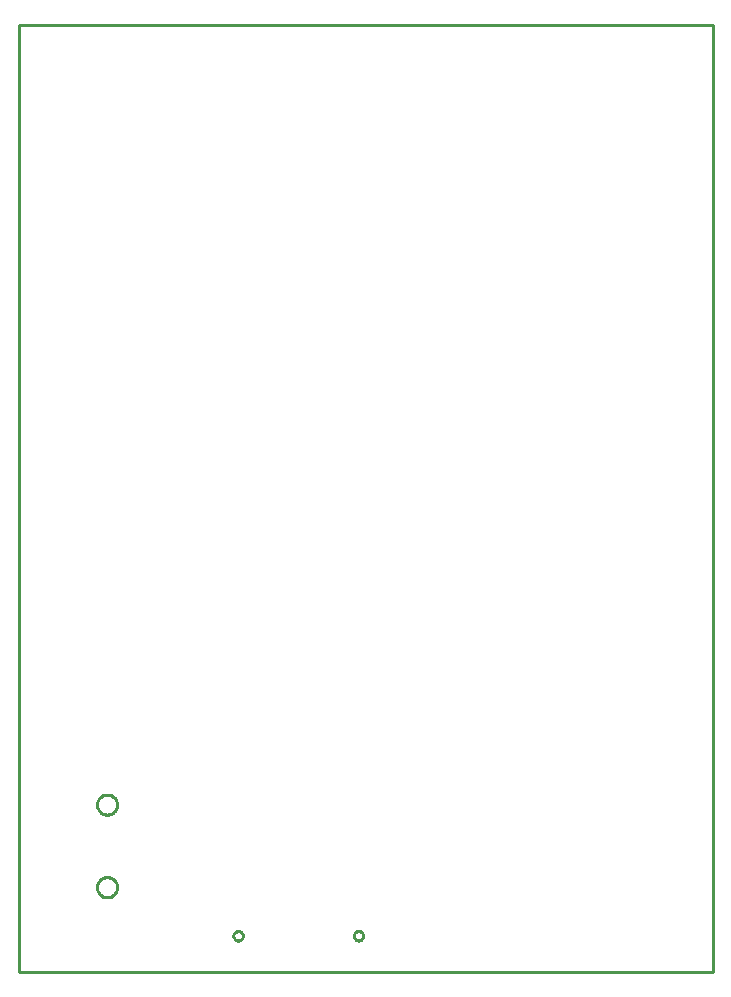
<source format=gbr>
G04 EAGLE Gerber RS-274X export*
G75*
%MOMM*%
%FSLAX34Y34*%
%LPD*%
%IN*%
%IPPOS*%
%AMOC8*
5,1,8,0,0,1.08239X$1,22.5*%
G01*
%ADD10C,0.254000*%


D10*
X0Y0D02*
X587349Y0D01*
X587349Y10988D01*
X587375Y107950D01*
X587375Y801688D01*
X584200Y801688D01*
X584075Y801687D01*
X0Y801687D01*
X0Y0D01*
X74984Y80013D02*
X75723Y79948D01*
X76454Y79819D01*
X77171Y79627D01*
X77868Y79373D01*
X78541Y79059D01*
X79184Y78688D01*
X79792Y78262D01*
X80361Y77785D01*
X80885Y77261D01*
X81362Y76692D01*
X81788Y76084D01*
X82159Y75441D01*
X82473Y74768D01*
X82727Y74071D01*
X82919Y73354D01*
X83048Y72623D01*
X83113Y71884D01*
X83113Y71141D01*
X83048Y70402D01*
X82919Y69671D01*
X82727Y68954D01*
X82473Y68257D01*
X82159Y67584D01*
X81788Y66941D01*
X81362Y66333D01*
X80885Y65765D01*
X80361Y65240D01*
X79792Y64763D01*
X79184Y64337D01*
X78541Y63966D01*
X77868Y63652D01*
X77171Y63398D01*
X76454Y63206D01*
X75723Y63077D01*
X74984Y63013D01*
X74241Y63013D01*
X73502Y63077D01*
X72771Y63206D01*
X72054Y63398D01*
X71357Y63652D01*
X70684Y63966D01*
X70041Y64337D01*
X69433Y64763D01*
X68865Y65240D01*
X68340Y65765D01*
X67863Y66333D01*
X67437Y66941D01*
X67066Y67584D01*
X66752Y68257D01*
X66498Y68954D01*
X66306Y69671D01*
X66177Y70402D01*
X66113Y71141D01*
X66113Y71884D01*
X66177Y72623D01*
X66306Y73354D01*
X66498Y74071D01*
X66752Y74768D01*
X67066Y75441D01*
X67437Y76084D01*
X67863Y76692D01*
X68340Y77261D01*
X68865Y77785D01*
X69433Y78262D01*
X70041Y78688D01*
X70684Y79059D01*
X71357Y79373D01*
X72054Y79627D01*
X72771Y79819D01*
X73502Y79948D01*
X74241Y80013D01*
X74984Y80013D01*
X74984Y150013D02*
X75723Y149948D01*
X76454Y149819D01*
X77171Y149627D01*
X77868Y149373D01*
X78541Y149059D01*
X79184Y148688D01*
X79792Y148262D01*
X80361Y147785D01*
X80885Y147261D01*
X81362Y146692D01*
X81788Y146084D01*
X82159Y145441D01*
X82473Y144768D01*
X82727Y144071D01*
X82919Y143354D01*
X83048Y142623D01*
X83113Y141884D01*
X83113Y141141D01*
X83048Y140402D01*
X82919Y139671D01*
X82727Y138954D01*
X82473Y138257D01*
X82159Y137584D01*
X81788Y136941D01*
X81362Y136333D01*
X80885Y135765D01*
X80361Y135240D01*
X79792Y134763D01*
X79184Y134337D01*
X78541Y133966D01*
X77868Y133652D01*
X77171Y133398D01*
X76454Y133206D01*
X75723Y133077D01*
X74984Y133013D01*
X74241Y133013D01*
X73502Y133077D01*
X72771Y133206D01*
X72054Y133398D01*
X71357Y133652D01*
X70684Y133966D01*
X70041Y134337D01*
X69433Y134763D01*
X68865Y135240D01*
X68340Y135765D01*
X67863Y136333D01*
X67437Y136941D01*
X67066Y137584D01*
X66752Y138257D01*
X66498Y138954D01*
X66306Y139671D01*
X66177Y140402D01*
X66113Y141141D01*
X66113Y141884D01*
X66177Y142623D01*
X66306Y143354D01*
X66498Y144071D01*
X66752Y144768D01*
X67066Y145441D01*
X67437Y146084D01*
X67863Y146692D01*
X68340Y147261D01*
X68865Y147785D01*
X69433Y148262D01*
X70041Y148688D01*
X70684Y149059D01*
X71357Y149373D01*
X72054Y149627D01*
X72771Y149819D01*
X73502Y149948D01*
X74241Y150013D01*
X74984Y150013D01*
X189538Y30188D02*
X189469Y29668D01*
X189333Y29161D01*
X189133Y28677D01*
X188871Y28223D01*
X188551Y27807D01*
X188181Y27436D01*
X187765Y27117D01*
X187310Y26855D01*
X186826Y26654D01*
X186320Y26518D01*
X185800Y26450D01*
X185275Y26450D01*
X184755Y26518D01*
X184249Y26654D01*
X183765Y26855D01*
X183310Y27117D01*
X182894Y27436D01*
X182524Y27807D01*
X182205Y28223D01*
X181942Y28677D01*
X181742Y29161D01*
X181606Y29668D01*
X181538Y30188D01*
X181538Y30712D01*
X181606Y31232D01*
X181742Y31739D01*
X181942Y32223D01*
X182205Y32677D01*
X182524Y33093D01*
X182894Y33464D01*
X183310Y33783D01*
X183765Y34045D01*
X184249Y34246D01*
X184755Y34382D01*
X185275Y34450D01*
X185800Y34450D01*
X186320Y34382D01*
X186826Y34246D01*
X187310Y34045D01*
X187765Y33783D01*
X188181Y33464D01*
X188551Y33093D01*
X188871Y32677D01*
X189133Y32223D01*
X189333Y31739D01*
X189469Y31232D01*
X189538Y30712D01*
X189538Y30188D01*
X291538Y30188D02*
X291469Y29668D01*
X291333Y29161D01*
X291133Y28677D01*
X290871Y28223D01*
X290551Y27807D01*
X290181Y27436D01*
X289765Y27117D01*
X289310Y26855D01*
X288826Y26654D01*
X288320Y26518D01*
X287800Y26450D01*
X287275Y26450D01*
X286755Y26518D01*
X286249Y26654D01*
X285765Y26855D01*
X285310Y27117D01*
X284894Y27436D01*
X284524Y27807D01*
X284205Y28223D01*
X283942Y28677D01*
X283742Y29161D01*
X283606Y29668D01*
X283538Y30188D01*
X283538Y30712D01*
X283606Y31232D01*
X283742Y31739D01*
X283942Y32223D01*
X284205Y32677D01*
X284524Y33093D01*
X284894Y33464D01*
X285310Y33783D01*
X285765Y34045D01*
X286249Y34246D01*
X286755Y34382D01*
X287275Y34450D01*
X287800Y34450D01*
X288320Y34382D01*
X288826Y34246D01*
X289310Y34045D01*
X289765Y33783D01*
X290181Y33464D01*
X290551Y33093D01*
X290871Y32677D01*
X291133Y32223D01*
X291333Y31739D01*
X291469Y31232D01*
X291538Y30712D01*
X291538Y30188D01*
M02*

</source>
